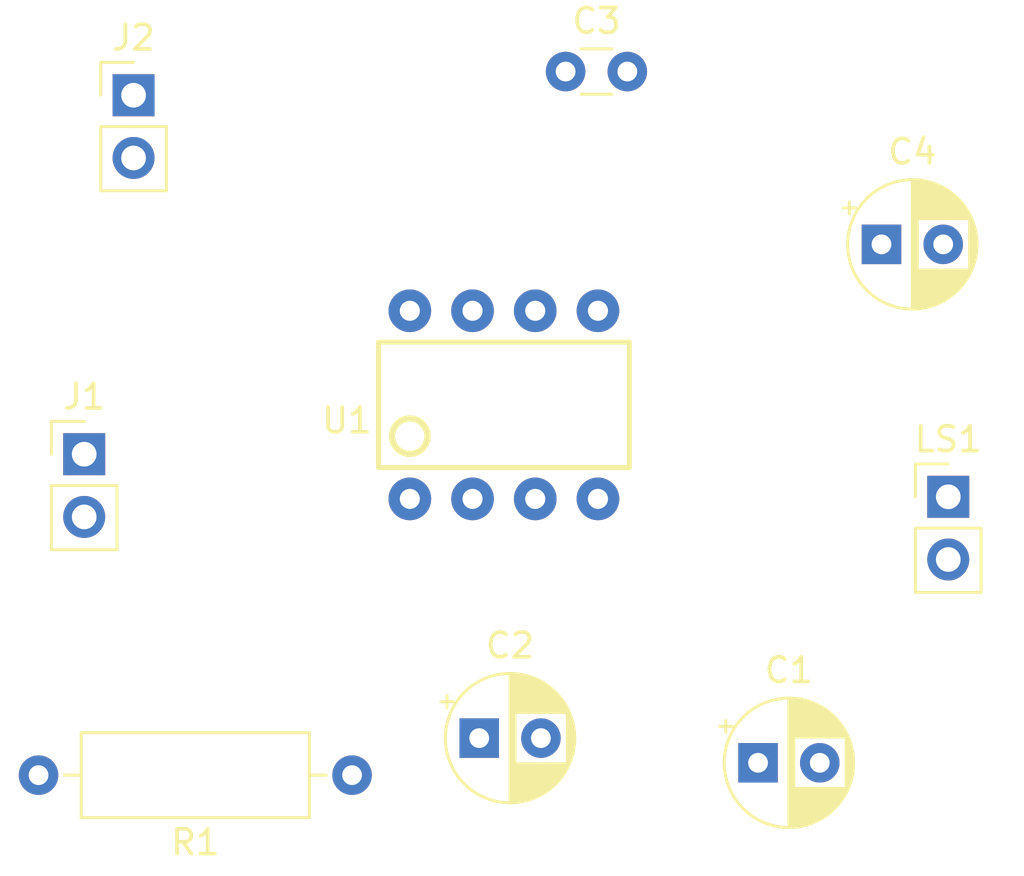
<source format=kicad_pcb>
(kicad_pcb (version 20211014) (generator pcbnew)
  (layers (0 "F.Cu" signal) (31 "B.Cu" signal) (34 "B.Paste" user) (35 "F.Paste" user) (36 "B.SilkS" user "B.Silkscreen") (37 "F.SilkS" user "F.Silkscreen") (38 "B.Mask" user) (39 "F.Mask" user) (44 "Edge.Cuts" user))
  (net 0 "")
  (net 1 "+9V")
  (net 2 "GND")
  (net 3 "Net-(C2-Pad1)")
  (net 4 "Net-(C3-Pad1)")
  (net 5 "Net-(C4-Pad2)")
  (net 6 "audio in")
  (footprint "Resistor_THT:R_Axial_DIN0309_L9.0mm_D3.2mm_P12.70mm_Horizontal" (layer "F.Cu") (at 117.35 78.5 180)
    (fp_text reference "R1" (at 6.35 -2.72) (layer "F.SilkS"))
    (fp_text value "10K")
    (fp_line (start 10.97 1.72) (end 10.97 -1.72) (layer "F.SilkS") (width 0.12))
    (fp_line (start 1.04 0) (end 1.73 0) (layer "F.SilkS") (width 0.12))
    (fp_line (start 11.66 0) (end 10.97 0) (layer "F.SilkS") (width 0.12))
    (fp_line (start 1.73 -1.72) (end 1.73 1.72) (layer "F.SilkS") (width 0.12))
    (fp_line (start 1.73 1.72) (end 10.97 1.72) (layer "F.SilkS") (width 0.12))
    (fp_line (start 10.97 -1.72) (end 1.73 -1.72) (layer "F.SilkS") (width 0.12))
    (pad "1" thru_hole circle (at 0 0 180) (size 1.6 1.6) (drill 0.8) (layers *.Cu *.Mask) (net 6 "audio in"))
    (pad "2" thru_hole oval (at 12.7 0 180) (size 1.6 1.6) (drill 0.8) (layers *.Cu *.Mask) (net 2 "GND"))
  )
  (footprint "LM386:DIP08" (layer "F.Cu") (at 123.5 63.5)
    (fp_text reference "U1" (at -6.35929 0.63592 180) (layer "F.SilkS") (effects (font (size 1.001465 1.001465))))
    (fp_text value "LM386N-1")
    (fp_line (start -5.08 -2.54) (end -5.08 1.524) (layer "F.SilkS") (width 0.2032))
    (fp_line (start -5.08 2.54) (end 5.08 2.54) (layer "F.SilkS") (width 0.2032))
    (fp_line (start -5.08 1.524) (end -5.08 1.016) (layer "F.SilkS") (width 0.2032))
    (fp_line (start -5.08 2.54) (end -5.08 1.524) (layer "F.SilkS") (width 0.2032))
    (fp_line (start 5.08 -2.54) (end 5.08 2.54) (layer "F.SilkS") (width 0.2032))
    (fp_line (start -5.08 -2.54) (end 5.08 -2.54) (layer "F.SilkS") (width 0.2032))
    (fp_circle (center -3.81 1.27) (end -3.0916 1.27) (layer "F.SilkS") (width 0.254) (fill none))
    (pad "1" thru_hole circle locked (at -3.81 3.81) (size 1.7272 1.7272) (drill 0.8128) (layers *.Cu *.Mask))
    (pad "2" thru_hole circle locked (at -1.27 3.81) (size 1.7272 1.7272) (drill 0.8128) (layers *.Cu *.Mask) (net 2 "GND"))
    (pad "3" thru_hole circle locked (at 1.27 3.81) (size 1.7272 1.7272) (drill 0.8128) (layers *.Cu *.Mask) (net 6 "audio in"))
    (pad "4" thru_hole circle locked (at 3.81 3.81) (size 1.7272 1.7272) (drill 0.8128) (layers *.Cu *.Mask) (net 2 "GND"))
    (pad "5" thru_hole circle locked (at 3.81 -3.81) (size 1.7272 1.7272) (drill 0.8128) (layers *.Cu *.Mask) (net 4 "Net-(C3-Pad1)"))
    (pad "6" thru_hole circle locked (at 1.27 -3.81) (size 1.7272 1.7272) (drill 0.8128) (layers *.Cu *.Mask) (net 1 "+9V"))
    (pad "7" thru_hole circle locked (at -1.27 -3.81) (size 1.7272 1.7272) (drill 0.8128) (layers *.Cu *.Mask) (net 3 "Net-(C2-Pad1)"))
    (pad "8" thru_hole circle locked (at -3.81 -3.81) (size 1.7272 1.7272) (drill 0.8128) (layers *.Cu *.Mask))
  )
  (footprint "Capacitor_THT:C_Disc_D3.0mm_W1.6mm_P2.50mm" (layer "F.Cu") (at 126 50)
    (fp_text reference "C3" (at 1.25 -2.05) (layer "F.SilkS"))
    (fp_text value "100nF")
    (fp_line (start 0.621 0.92) (end 1.879 0.92) (layer "F.SilkS") (width 0.12))
    (fp_line (start 0.621 -0.92) (end 1.879 -0.92) (layer "F.SilkS") (width 0.12))
    (pad "1" thru_hole circle (at 0 0) (size 1.6 1.6) (drill 0.8) (layers *.Cu *.Mask) (net 4 "Net-(C3-Pad1)"))
    (pad "2" thru_hole circle (at 2.5 0) (size 1.6 1.6) (drill 0.8) (layers *.Cu *.Mask) (net 2 "GND"))
  )
  (footprint "Capacitor_THT:CP_Radial_D5.0mm_P2.50mm" (layer "F.Cu") (at 138.794888 57)
    (fp_text reference "C4" (at 1.25 -3.75) (layer "F.SilkS"))
    (fp_text value "1000uF")
    (fp_line (start 3.771 -0.677) (end 3.771 0.677) (layer "F.SilkS") (width 0.12))
    (fp_line (start 2.691 -2.149) (end 2.691 -1.04) (layer "F.SilkS") (width 0.12))
    (fp_line (start 1.49 1.04) (end 1.49 2.569) (layer "F.SilkS") (width 0.12))
    (fp_line (start 1.29 -2.58) (end 1.29 2.58) (layer "F.SilkS") (width 0.12))
    (fp_line (start 3.251 -1.653) (end 3.251 -1.04) (layer "F.SilkS") (width 0.12))
    (fp_line (start 1.971 1.04) (end 1.971 2.48) (layer "F.SilkS") (width 0.12))
    (fp_line (start 1.57 -2.561) (end 1.57 -1.04) (layer "F.SilkS") (width 0.12))
    (fp_line (start 2.091 1.04) (end 2.091 2.442) (layer "F.SilkS") (width 0.12))
    (fp_line (start 2.771 1.04) (end 2.771 2.095) (layer "F.SilkS") (width 0.12))
    (fp_line (start 2.491 1.04) (end 2.491 2.268) (layer "F.SilkS") (width 0.12))
    (fp_line (start 2.891 1.04) (end 2.891 2.004) (layer "F.SilkS") (width 0.12))
    (fp_line (start 3.171 1.04) (end 3.171 1.743) (layer "F.SilkS") (width 0.12))
    (fp_line (start 2.731 1.04) (end 2.731 2.122) (layer "F.SilkS") (width 0.12))
    (fp_line (start 3.491 -1.319) (end 3.491 -1.04) (layer "F.SilkS") (width 0.12))
    (fp_line (start 2.691 1.04) (end 2.691 2.149) (layer "F.SilkS") (width 0.12))
    (fp_line (start 2.211 1.04) (end 2.211 2.398) (layer "F.SilkS") (width 0.12))
    (fp_line (start 1.65 1.04) (end 1.65 2.55) (layer "F.SilkS") (width 0.12))
    (fp_line (start 2.611 -2.2) (end 2.611 -1.04) (layer "F.SilkS") (width 0.12))
    (fp_line (start 2.291 -2.365) (end 2.291 -1.04) (layer "F.SilkS") (width 0.12))
    (fp_line (start 3.811 -0.518) (end 3.811 0.518) (layer "F.SilkS") (width 0.12))
    (fp_line (start 1.89 -2.501) (end 1.89 -1.04) (layer "F.SilkS") (width 0.12))
    (fp_line (start 1.73 -2.536) (end 1.73 -1.04) (layer "F.SilkS") (width 0.12))
    (fp_line (start 3.691 -0.915) (end 3.691 0.915) (layer "F.SilkS") (width 0.12))
    (fp_line (start 2.651 -2.175) (end 2.651 -1.04) (layer "F.SilkS") (width 0.12))
    (fp_line (start 2.651 1.04) (end 2.651 2.175) (layer "F.SilkS") (width 0.12))
    (fp_line (start 1.73 1.04) (end 1.73 2.536) (layer "F.SilkS") (width 0.12))
    (fp_line (start 3.331 -1.554) (end 3.331 -1.04) (layer "F.SilkS") (width 0.12))
    (fp_line (start 1.33 -2.579) (end 1.33 2.579) (layer "F.SilkS") (width 0.12))
    (fp_line (start 2.811 1.04) (end 2.811 2.065) (layer "F.SilkS") (width 0.12))
    (fp_line (start 2.531 -2.247) (end 2.531 -1.04) (layer "F.SilkS") (width 0.12))
    (fp_line (start 2.131 -2.428) (end 2.131 -1.04) (layer "F.SilkS") (width 0.12))
    (fp_line (start 2.011 -2.468) (end 2.011 -1.04) (layer "F.SilkS") (width 0.12))
    (fp_line (start 2.011 1.04) (end 2.011 2.468) (layer "F.SilkS") (width 0.12))
    (fp_line (start 1.971 -2.48) (end 1.971 -1.04) (layer "F.SilkS") (width 0.12))
    (fp_line (start 3.411 -1.443) (end 3.411 -1.04) (layer "F.SilkS") (width 0.12))
    (fp_line (start 2.251 1.04) (end 2.251 2.382) (layer "F.SilkS") (width 0.12))
    (fp_line (start 1.85 -2.511) (end 1.85 -1.04) (layer "F.SilkS") (width 0.12))
    (fp_line (start 3.291 1.04) (end 3.291 1.605) (layer "F.SilkS") (width 0.12))
    (fp_line (start 1.69 1.04) (end 1.69 2.543) (layer "F.SilkS") (width 0.12))
    (fp_line (start 2.291 1.04) (end 2.291 2.365) (layer "F.SilkS") (width 0.12))
    (fp_line (start 3.531 -1.251) (end 3.531 -1.04) (layer "F.SilkS") (width 0.12))
    (fp_line (start 2.851 -2.035) (end 2.851 -1.04) (layer "F.SilkS") (width 0.12))
    (fp_line (start 3.851 -0.284) (end 3.851 0.284) (layer "F.SilkS") (width 0.12))
    (fp_line (start 3.371 -1.5) (end 3.371 -1.04) (layer "F.SilkS") (width 0.12))
    (fp_line (start 3.291 -1.605) (end 3.291 -1.04) (layer "F.SilkS") (width 0.12))
    (fp_line (start 2.931 -1.971) (end 2.931 -1.04) (layer "F.SilkS") (width 0.12))
    (fp_line (start 1.61 1.04) (end 1.61 2.556) (layer "F.SilkS") (width 0.12))
    (fp_line (start 2.171 1.04) (end 2.171 2.414) (layer "F.SilkS") (width 0.12))
    (fp_line (start 2.771 -2.095) (end 2.771 -1.04) (layer "F.SilkS") (width 0.12))
    (fp_line (start 2.331 1.04) (end 2.331 2.348) (layer "F.SilkS") (width 0.12))
    (fp_line (start 3.051 1.04) (end 3.051 1.864) (layer "F.SilkS") (width 0.12))
    (fp_line (start 1.41 -2.576) (end 1.41 2.576) (layer "F.SilkS") (width 0.12))
    (fp_line (start 1.81 1.04) (end 1.81 2.52) (layer "F.SilkS") (width 0.12))
    (fp_line (start 2.891 -2.004) (end 2.891 -1.04) (layer "F.SilkS") (width 0.12))
    (fp_line (start 1.37 -2.578) (end 1.37 2.578) (layer "F.SilkS") (width 0.12))
    (fp_line (start 3.251 1.04) (end 3.251 1.653) (layer "F.SilkS") (width 0.12))
    (fp_line (start 2.051 -2.455) (end 2.051 -1.04) (layer "F.SilkS") (width 0.12))
    (fp_line (start 2.411 -2.31) (end 2.411 -1.04) (layer "F.SilkS") (width 0.12))
    (fp_line (start 2.371 1.04) (end 2.371 2.329) (layer "F.SilkS") (width 0.12))
    (fp_line (start 3.331 1.04) (end 3.331 1.554) (layer "F.SilkS") (width 0.12))
    (fp_line (start 1.69 -2.543) (end 1.69 -1.04) (layer "F.SilkS") (width 0.12))
    (fp_line (start 3.371 1.04) (end 3.371 1.5) (layer "F.SilkS") (width 0.12))
    (fp_line (start 3.651 -1.011) (end 3.651 1.011) (layer "F.SilkS") (width 0.12))
    (fp_line (start 1.89 1.04) (end 1.89 2.501) (layer "F.SilkS") (width 0.12))
    (fp_line (start 2.331 -2.348) (end 2.331 -1.04) (layer "F.SilkS") (width 0.12))
    (fp_line (start 2.571 -2.224) (end 2.571 -1.04) (layer "F.SilkS") (width 0.12))
    (fp_line (start 3.571 -1.178) (end 3.571 1.178) (layer "F.SilkS") (width 0.12))
    (fp_line (start 3.211 -1.699) (end 3.211 -1.04) (layer "F.SilkS") (width 0.12))
    (fp_line (start 3.451 1.04) (end 3.451 1.383) (layer "F.SilkS") (width 0.12))
    (fp_line (start 1.53 1.04) (end 1.53 2.565) (layer "F.SilkS") (width 0.12))
    (fp_line (start 2.411 1.04) (end 2.411 2.31) (layer "F.SilkS") (width 0.12))
    (fp_line (start 1.81 -2.52) (end 1.81 -1.04) (layer "F.SilkS") (width 0.12))
    (fp_line (start 3.531 1.04) (end 3.531 1.251) (layer "F.SilkS") (width 0.12))
    (fp_line (start 1.77 -2.528) (end 1.77 -1.04) (layer "F.SilkS") (width 0.12))
    (fp_line (start 2.611 1.04) (end 2.611 2.2) (layer "F.SilkS") (width 0.12))
    (fp_line (start 3.491 1.04) (end 3.491 1.319) (layer "F.SilkS") (width 0.12))
    (fp_line (start 1.65 -2.55) (end 1.65 -1.04) (layer "F.SilkS") (width 0.12))
    (fp_line (start 1.49 -2.569) (end 1.49 -1.04) (layer "F.SilkS") (width 0.12))
    (fp_line (start 1.77 1.04) (end 1.77 2.528) (layer "F.SilkS") (width 0.12))
    (fp_line (start 1.93 -2.491) (end 1.93 -1.04) (layer "F.SilkS") (width 0.12))
    (fp_line (start 3.611 -1.098) (end 3.611 1.098) (layer "F.SilkS") (width 0.12))
    (fp_line (start 2.451 1.04) (end 2.451 2.29) (layer "F.SilkS") (width 0.12))
    (fp_line (start 2.971 -1.937) (end 2.971 -1.04) (layer "F.SilkS") (width 0.12))
    (fp_line (start 1.57 1.04) (end 1.57 2.561) (layer "F.SilkS") (width 0.12))
    (fp_line (start 2.371 -2.329) (end 2.371 -1.04) (layer "F.SilkS") (width 0.12))
    (fp_line (start -1.554775 -1.475) (end -1.054775 -1.475) (layer "F.SilkS") (width 0.12))
    (fp_line (start 3.211 1.04) (end 3.211 1.699) (layer "F.SilkS") (width 0.12))
    (fp_line (start 2.171 -2.414) (end 2.171 -1.04) (layer "F.SilkS") (width 0.12))
    (fp_line (start 2.451 -2.29) (end 2.451 -1.04) (layer "F.SilkS") (width 0.12))
    (fp_line (start 2.931 1.04) (end 2.931 1.971) (layer "F.SilkS") (width 0.12))
    (fp_line (start 3.131 -1.785) (end 3.131 -1.04) (layer "F.SilkS") (width 0.12))
    (fp_line (start 3.451 -1.383) (end 3.451 -1.04) (layer "F.SilkS") (width 0.12))
    (fp_line (start 1.25 -2.58) (end 1.25 2.58) (layer "F.SilkS") (width 0.12))
    (fp_line (start 1.53 -2.565) (end 1.53 -1.04) (layer "F.SilkS") (width 0.12))
    (fp_line (start 3.011 1.04) (end 3.011 1.901) (layer "F.SilkS") (width 0.12))
    (fp_line (start 2.251 -2.382) (end 2.251 -1.04) (layer "F.SilkS") (width 0.12))
    (fp_line (start 2.091 -2.442) (end 2.091 -1.04) (layer "F.SilkS") (width 0.12))
    (fp_line (start 3.011 -1.901) (end 3.011 -1.04) (layer "F.SilkS") (width 0.12))
    (fp_line (start -1.304775 -1.725) (end -1.304775 -1.225) (layer "F.SilkS") (width 0.12))
    (fp_line (start 2.211 -2.398) (end 2.211 -1.04) (layer "F.SilkS") (width 0.12))
    (fp_line (start 3.131 1.04) (end 3.131 1.785) (layer "F.SilkS") (width 0.12))
    (fp_line (start 2.491 -2.268) (end 2.491 -1.04) (layer "F.SilkS") (width 0.12))
    (fp_line (start 1.61 -2.556) (end 1.61 -1.04) (layer "F.SilkS") (width 0.12))
    (fp_line (start 1.85 1.04) (end 1.85 2.511) (layer "F.SilkS") (width 0.12))
    (fp_line (start 3.411 1.04) (end 3.411 1.443) (layer "F.SilkS") (width 0.12))
    (fp_line (start 3.731 -0.805) (end 3.731 0.805) (layer "F.SilkS") (width 0.12))
    (fp_line (start 1.93 1.04) (end 1.93 2.491) (layer "F.SilkS") (width 0.12))
    (fp_line (start 1.45 -2.573) (end 1.45 2.573) (layer "F.SilkS") (width 0.12))
    (fp_line (start 3.051 -1.864) (end 3.051 -1.04) (layer "F.SilkS") (width 0.12))
    (fp_line (start 2.531 1.04) (end 2.531 2.247) (layer "F.SilkS") (width 0.12))
    (fp_line (start 2.851 1.04) (end 2.851 2.035) (layer "F.SilkS") (width 0.12))
    (fp_line (start 3.091 1.04) (end 3.091 1.826) (layer "F.SilkS") (width 0.12))
    (fp_line (start 3.171 -1.743) (end 3.171 -1.04) (layer "F.SilkS") (width 0.12))
    (fp_line (start 2.131 1.04) (end 2.131 2.428) (layer "F.SilkS") (width 0.12))
    (fp_line (start 2.051 1.04) (end 2.051 2.455) (layer "F.SilkS") (width 0.12))
    (fp_line (start 2.571 1.04) (end 2.571 2.224) (layer "F.SilkS") (width 0.12))
    (fp_line (start 2.811 -2.065) (end 2.811 -1.04) (layer "F.SilkS") (width 0.12))
    (fp_line (start 2.971 1.04) (end 2.971 1.937) (layer "F.SilkS") (width 0.12))
    (fp_line (start 2.731 -2.122) (end 2.731 -1.04) (layer "F.SilkS") (width 0.12))
    (fp_line (start 3.091 -1.826) (end 3.091 -1.04) (layer "F.SilkS") (width 0.12))
    (fp_circle (center 1.25 0) (end 3.87 0) (layer "F.SilkS") (width 0.12) (fill none))
    (pad "1" thru_hole rect (at 0 0) (size 1.6 1.6) (drill 0.8) (layers *.Cu *.Mask) (net 4 "Net-(C3-Pad1)"))
    (pad "2" thru_hole circle (at 2.5 0) (size 1.6 1.6) (drill 0.8) (layers *.Cu *.Mask) (net 5 "Net-(C4-Pad2)"))
  )
  (footprint "Connector_PinHeader_2.54mm:PinHeader_1x02_P2.54mm_Vertical" (layer "F.Cu") (at 141.5 67.225)
    (fp_text reference "LS1" (at 0 -2.33) (layer "F.SilkS"))
    (fp_text value "Speaker")
    (fp_line (start 1.33 1.27) (end 1.33 3.87) (layer "F.SilkS") (width 0.12))
    (fp_line (start -1.33 0) (end -1.33 -1.33) (layer "F.SilkS") (width 0.12))
    (fp_line (start -1.33 1.27) (end -1.33 3.87) (layer "F.SilkS") (width 0.12))
    (fp_line (start -1.33 3.87) (end 1.33 3.87) (layer "F.SilkS") (width 0.12))
    (fp_line (start -1.33 -1.33) (end 0 -1.33) (layer "F.SilkS") (width 0.12))
    (fp_line (start -1.33 1.27) (end 1.33 1.27) (layer "F.SilkS") (width 0.12))
    (pad "1" thru_hole rect (at 0 0) (size 1.7 1.7) (drill 1) (layers *.Cu *.Mask) (net 5 "Net-(C4-Pad2)"))
    (pad "2" thru_hole oval (at 0 2.54) (size 1.7 1.7) (drill 1) (layers *.Cu *.Mask) (net 2 "GND"))
  )
  (footprint "Capacitor_THT:CP_Radial_D5.0mm_P2.50mm" (layer "F.Cu") (at 122.5 77)
    (fp_text reference "C2" (at 1.25 -3.75) (layer "F.SilkS"))
    (fp_text value "100uF")
    (fp_line (start 2.731 1.04) (end 2.731 2.122) (layer "F.SilkS") (width 0.12))
    (fp_line (start 1.65 -2.55) (end 1.65 -1.04) (layer "F.SilkS") (width 0.12))
    (fp_line (start 3.211 1.04) (end 3.211 1.699) (layer "F.SilkS") (width 0.12))
    (fp_line (start 1.93 -2.491) (end 1.93 -1.04) (layer "F.SilkS") (width 0.12))
    (fp_line (start 3.371 -1.5) (end 3.371 -1.04) (layer "F.SilkS") (width 0.12))
    (fp_line (start 3.771 -0.677) (end 3.771 0.677) (layer "F.SilkS") (width 0.12))
    (fp_line (start 3.651 -1.011) (end 3.651 1.011) (layer "F.SilkS") (width 0.12))
    (fp_line (start 2.931 1.04) (end 2.931 1.971) (layer "F.SilkS") (width 0.12))
    (fp_line (start 1.85 1.04) (end 1.85 2.511) (layer "F.SilkS") (width 0.12))
    (fp_line (start 2.131 -2.428) (end 2.131 -1.04) (layer "F.SilkS") (width 0.12))
    (fp_line (start 3.531 -1.251) (end 3.531 -1.04) (layer "F.SilkS") (width 0.12))
    (fp_line (start 1.25 -2.58) (end 1.25 2.58) (layer "F.SilkS") (width 0.12))
    (fp_line (start 3.691 -0.915) (end 3.691 0.915) (layer "F.SilkS") (width 0.12))
    (fp_line (start 2.051 -2.455) (end 2.051 -1.04) (layer "F.SilkS") (width 0.12))
    (fp_line (start 1.49 1.04) (end 1.49 2.569) (layer "F.SilkS") (width 0.12))
    (fp_line (start 1.45 -2.573) (end 1.45 2.573) (layer "F.SilkS") (width 0.12))
    (fp_line (start 2.331 1.04) (end 2.331 2.348) (layer "F.SilkS") (width 0.12))
    (fp_line (start 3.131 1.04) (end 3.131 1.785) (layer "F.SilkS") (width 0.12))
    (fp_line (start 2.811 -2.065) (end 2.811 -1.04) (layer "F.SilkS") (width 0.12))
    (fp_line (start 3.571 -1.178) (end 3.571 1.178) (layer "F.SilkS") (width 0.12))
    (fp_line (start 3.051 -1.864) (end 3.051 -1.04) (layer "F.SilkS") (width 0.12))
    (fp_line (start 1.81 1.04) (end 1.81 2.52) (layer "F.SilkS") (width 0.12))
    (fp_line (start 1.33 -2.579) (end 1.33 2.579) (layer "F.SilkS") (width 0.12))
    (fp_line (start 2.611 1.04) (end 2.611 2.2) (layer "F.SilkS") (width 0.12))
    (fp_line (start 1.77 1.04) (end 1.77 2.528) (layer "F.SilkS") (width 0.12))
    (fp_line (start 3.051 1.04) (end 3.051 1.864) (layer "F.SilkS") (width 0.12))
    (fp_line (start 3.611 -1.098) (end 3.611 1.098) (layer "F.SilkS") (width 0.12))
    (fp_line (start 2.971 1.04) (end 2.971 1.937) (layer "F.SilkS") (width 0.12))
    (fp_line (start 2.971 -1.937) (end 2.971 -1.04) (layer "F.SilkS") (width 0.12))
    (fp_line (start 1.57 -2.561) (end 1.57 -1.04) (layer "F.SilkS") (width 0.12))
    (fp_line (start 1.69 1.04) (end 1.69 2.543) (layer "F.SilkS") (width 0.12))
    (fp_line (start 1.49 -2.569) (end 1.49 -1.04) (layer "F.SilkS") (width 0.12))
    (fp_line (start 2.291 -2.365) (end 2.291 -1.04) (layer "F.SilkS") (width 0.12))
    (fp_line (start 1.29 -2.58) (end 1.29 2.58) (layer "F.SilkS") (width 0.12))
    (fp_line (start 3.251 1.04) (end 3.251 1.653) (layer "F.SilkS") (width 0.12))
    (fp_line (start 1.971 -2.48) (end 1.971 -1.04) (layer "F.SilkS") (width 0.12))
    (fp_line (start 2.371 1.04) (end 2.371 2.329) (layer "F.SilkS") (width 0.12))
    (fp_line (start 2.251 -2.382) (end 2.251 -1.04) (layer "F.SilkS") (width 0.12))
    (fp_line (start 2.411 -2.31) (end 2.411 -1.04) (layer "F.SilkS") (width 0.12))
    (fp_line (start 3.491 -1.319) (end 3.491 -1.04) (layer "F.SilkS") (width 0.12))
    (fp_line (start 2.931 -1.971) (end 2.931 -1.04) (layer "F.SilkS") (width 0.12))
    (fp_line (start 1.65 1.04) (end 1.65 2.55) (layer "F.SilkS") (width 0.12))
    (fp_line (start 1.73 -2.536) (end 1.73 -1.04) (layer "F.SilkS") (width 0.12))
    (fp_line (start 1.41 -2.576) (end 1.41 2.576) (layer "F.SilkS") (width 0.12))
    (fp_line (start 1.77 -2.528) (end 1.77 -1.04) (layer "F.SilkS") (width 0.12))
    (fp_line (start 3.371 1.04) (end 3.371 1.5) (layer "F.SilkS") (width 0.12))
    (fp_line (start 2.571 -2.224) (end 2.571 -1.04) (layer "F.SilkS") (width 0.12))
    (fp_line (start 1.61 1.04) (end 1.61 2.556) (layer "F.SilkS") (width 0.12))
    (fp_line (start 3.411 1.04) (end 3.411 1.443) (layer "F.SilkS") (width 0.12))
    (fp_line (start 1.73 1.04) (end 1.73 2.536) (layer "F.SilkS") (width 0.12))
    (fp_line (start 2.731 -2.122) (end 2.731 -1.04) (layer "F.SilkS") (width 0.12))
    (fp_line (start 2.091 -2.442) (end 2.091 -1.04) (layer "F.SilkS") (width 0.12))
    (fp_line (start 3.531 1.04) (end 3.531 1.251) (layer "F.SilkS") (width 0.12))
    (fp_line (start 2.771 -2.095) (end 2.771 -1.04) (layer "F.SilkS") (width 0.12))
    (fp_line (start 2.771 1.04) (end 2.771 2.095) (layer "F.SilkS") (width 0.12))
    (fp_line (start 2.051 1.04) (end 2.051 2.455) (layer "F.SilkS") (width 0.12))
    (fp_line (start 1.57 1.04) (end 1.57 2.561) (layer "F.SilkS") (width 0.12))
    (fp_line (start 3.491 1.04) (end 3.491 1.319) (layer "F.SilkS") (width 0.12))
    (fp_line (start -1.554775 -1.475) (end -1.054775 -1.475) (layer "F.SilkS") (width 0.12))
    (fp_line (start 2.651 -2.175) (end 2.651 -1.04) (layer "F.SilkS") (width 0.12))
    (fp_line (start 3.851 -0.284) (end 3.851 0.284) (layer "F.SilkS") (width 0.12))
    (fp_line (start 1.61 -2.556) (end 1.61 -1.04) (layer "F.SilkS") (width 0.12))
    (fp_line (start 2.211 1.04) (end 2.211 2.398) (layer "F.SilkS") (width 0.12))
    (fp_line (start 2.171 1.04) (end 2.171 2.414) (layer "F.SilkS") (width 0.12))
    (fp_line (start 1.85 -2.511) (end 1.85 -1.04) (layer "F.SilkS") (width 0.12))
    (fp_line (start 2.891 -2.004) (end 2.891 -1.04) (layer "F.SilkS") (width 0.12))
    (fp_line (start 2.531 -2.247) (end 2.531 -1.04) (layer "F.SilkS") (width 0.12))
    (fp_line (start 3.011 -1.901) (end 3.011 -1.04) (layer "F.SilkS") (width 0.12))
    (fp_line (start 2.091 1.04) (end 2.091 2.442) (layer "F.SilkS") (width 0.12))
    (fp_line (start 2.291 1.04) (end 2.291 2.365) (layer "F.SilkS") (width 0.12))
    (fp_line (start 3.411 -1.443) (end 3.411 -1.04) (layer "F.SilkS") (width 0.12))
    (fp_line (start 1.89 1.04) (end 1.89 2.501) (layer "F.SilkS") (width 0.12))
    (fp_line (start 2.651 1.04) (end 2.651 2.175) (layer "F.SilkS") (width 0.12))
    (fp_line (start 2.851 -2.035) (end 2.851 -1.04) (layer "F.SilkS") (width 0.12))
    (fp_line (start 2.451 -2.29) (end 2.451 -1.04) (layer "F.SilkS") (width 0.12))
    (fp_line (start 3.011 1.04) (end 3.011 1.901) (layer "F.SilkS") (width 0.12))
    (fp_line (start 2.811 1.04) (end 2.811 2.065) (layer "F.SilkS") (width 0.12))
    (fp_line (start 2.331 -2.348) (end 2.331 -1.04) (layer "F.SilkS") (width 0.12))
    (fp_line (start 2.531 1.04) (end 2.531 2.247) (layer "F.SilkS") (width 0.12))
    (fp_line (start 1.53 1.04) (end 1.53 2.565) (layer "F.SilkS") (width 0.12))
    (fp_line (start 2.611 -2.2) (end 2.611 -1.04) (layer "F.SilkS") (width 0.12))
    (fp_line (start 1.93 1.04) (end 1.93 2.491) (layer "F.SilkS") (width 0.12))
    (fp_line (start 2.851 1.04) (end 2.851 2.035) (layer "F.SilkS") (width 0.12))
    (fp_line (start 2.171 -2.414) (end 2.171 -1.04) (layer "F.SilkS") (width 0.12))
    (fp_line (start 3.731 -0.805) (end 3.731 0.805) (layer "F.SilkS") (width 0.12))
    (fp_line (start 3.091 -1.826) (end 3.091 -1.04) (layer "F.SilkS") (width 0.12))
    (fp_line (start 1.53 -2.565) (end 1.53 -1.04) (layer "F.SilkS") (width 0.12))
    (fp_line (start 3.331 -1.554) (end 3.331 -1.04) (layer "F.SilkS") (width 0.12))
    (fp_line (start 2.451 1.04) (end 2.451 2.29) (layer "F.SilkS") (width 0.12))
    (fp_line (start 1.89 -2.501) (end 1.89 -1.04) (layer "F.SilkS") (width 0.12))
    (fp_line (start 2.131 1.04) (end 2.131 2.428) (layer "F.SilkS") (width 0.12))
    (fp_line (start 2.251 1.04) (end 2.251 2.382) (layer "F.SilkS") (width 0.12))
    (fp_line (start 2.891 1.04) (end 2.891 2.004) (layer "F.SilkS") (width 0.12))
    (fp_line (start 2.011 1.04) (end 2.011 2.468) (layer "F.SilkS") (width 0.12))
    (fp_line (start 2.491 1.04) (end 2.491 2.268) (layer "F.SilkS") (width 0.12))
    (fp_line (start 3.331 1.04) (end 3.331 1.554) (layer "F.SilkS") (width 0.12))
    (fp_line (start 2.691 -2.149) (end 2.691 -1.04) (layer "F.SilkS") (width 0.12))
    (fp_line (start 2.691 1.04) (end 2.691 2.149) (layer "F.SilkS") (width 0.12))
    (fp_line (start 3.451 1.04) (end 3.451 1.383) (layer "F.SilkS") (width 0.12))
    (fp_line (start 2.491 -2.268) (end 2.491 -1.04) (layer "F.SilkS") (width 0.12))
    (fp_line (start 2.011 -2.468) (end 2.011 -1.04) (layer "F.SilkS") (width 0.12))
    (fp_line (start 3.171 -1.743) (end 3.171 -1.04) (layer "F.SilkS") (width 0.12))
    (fp_line (start 3.091 1.04) (end 3.091 1.826) (layer "F.SilkS") (width 0.12))
    (fp_line (start 1.971 1.04) (end 1.971 2.48) (layer "F.SilkS") (width 0.12))
    (fp_line (start 2.571 1.04) (end 2.571 2.224) (layer "F.SilkS") (width 0.12))
    (fp_line (start 3.291 1.04) (end 3.291 1.605) (layer "F.SilkS") (width 0.12))
    (fp_line (start -1.304775 -1.725) (end -1.304775 -1.225) (layer "F.SilkS") (width 0.12))
    (fp_line (start 2.211 -2.398) (end 2.211 -1.04) (layer "F.SilkS") (width 0.12))
    (fp_line (start 2.411 1.04) (end 2.411 2.31) (layer "F.SilkS") (width 0.12))
    (fp_line (start 1.37 -2.578) (end 1.37 2.578) (layer "F.SilkS") (width 0.12))
    (fp_line (start 3.171 1.04) (end 3.171 1.743) (layer "F.SilkS") (width 0.12))
    (fp_line (start 1.81 -2.52) (end 1.81 -1.04) (layer "F.SilkS") (width 0.12))
    (fp_line (start 3.131 -1.785) (end 3.131 -1.04) (layer "F.SilkS") (width 0.12))
    (fp_line (start 3.251 -1.653) (end 3.251 -1.04) (layer "F.SilkS") (width 0.12))
    (fp_line (start 2.371 -2.329) (end 2.371 -1.04) (layer "F.SilkS") (width 0.12))
    (fp_line (start 3.811 -0.518) (end 3.811 0.518) (layer "F.SilkS") (width 0.12))
    (fp_line (start 3.211 -1.699) (end 3.211 -1.04) (layer "F.SilkS") (width 0.12))
    (fp_line (start 3.291 -1.605) (end 3.291 -1.04) (layer "F.SilkS") (width 0.12))
    (fp_line (start 1.69 -2.543) (end 1.69 -1.04) (layer "F.SilkS") (width 0.12))
    (fp_line (start 3.451 -1.383) (end 3.451 -1.04) (layer "F.SilkS") (width 0.12))
    (fp_circle (center 1.25 0) (end 3.87 0) (layer "F.SilkS") (width 0.12) (fill none))
    (pad "1" thru_hole rect (at 0 0) (size 1.6 1.6) (drill 0.8) (layers *.Cu *.Mask) (net 3 "Net-(C2-Pad1)"))
    (pad "2" thru_hole circle (at 2.5 0) (size 1.6 1.6) (drill 0.8) (layers *.Cu *.Mask) (net 2 "GND"))
  )
  (footprint "Connector_PinHeader_2.54mm:PinHeader_1x02_P2.54mm_Vertical" (layer "F.Cu") (at 106.5 65.5)
    (fp_text reference "J1" (at 0 -2.33) (layer "F.SilkS"))
    (fp_text value "Jack-DC")
    (fp_line (start -1.33 3.87) (end 1.33 3.87) (layer "F.SilkS") (width 0.12))
    (fp_line (start -1.33 1.27) (end -1.33 3.87) (layer "F.SilkS") (width 0.12))
    (fp_line (start -1.33 -1.33) (end 0 -1.33) (layer "F.SilkS") (width 0.12))
    (fp_line (start -1.33 1.27) (end 1.33 1.27) (layer "F.SilkS") (width 0.12))
    (fp_line (start -1.33 0) (end -1.33 -1.33) (layer "F.SilkS") (width 0.12))
    (fp_line (start 1.33 1.27) (end 1.33 3.87) (layer "F.SilkS") (width 0.12))
    (pad "1" thru_hole rect (at 0 0) (size 1.7 1.7) (drill 1) (layers *.Cu *.Mask) (net 1 "+9V"))
    (pad "2" thru_hole oval (at 0 2.54) (size 1.7 1.7) (drill 1) (layers *.Cu *.Mask) (net 2 "GND"))
  )
  (footprint "Capacitor_THT:CP_Radial_D5.0mm_P2.50mm" (layer "F.Cu") (at 133.794888 78)
    (fp_text reference "C1" (at 1.25 -3.75) (layer "F.SilkS"))
    (fp_text value "1uF")
    (fp_line (start 3.091 -1.826) (end 3.091 -1.04) (layer "F.SilkS") (width 0.12))
    (fp_line (start 3.371 -1.5) (end 3.371 -1.04) (layer "F.SilkS") (width 0.12))
    (fp_line (start 1.61 -2.556) (end 1.61 -1.04) (layer "F.SilkS") (width 0.12))
    (fp_line (start 1.57 1.04) (end 1.57 2.561) (layer "F.SilkS") (width 0.12))
    (fp_line (start 3.051 -1.864) (end 3.051 -1.04) (layer "F.SilkS") (width 0.12))
    (fp_line (start 2.811 -2.065) (end 2.811 -1.04) (layer "F.SilkS") (width 0.12))
    (fp_line (start 1.971 -2.48) (end 1.971 -1.04) (layer "F.SilkS") (width 0.12))
    (fp_line (start 1.61 1.04) (end 1.61 2.556) (layer "F.SilkS") (width 0.12))
    (fp_line (start 2.971 -1.937) (end 2.971 -1.04) (layer "F.SilkS") (width 0.12))
    (fp_line (start 1.73 1.04) (end 1.73 2.536) (layer "F.SilkS") (width 0.12))
    (fp_line (start 3.331 1.04) (end 3.331 1.554) (layer "F.SilkS") (width 0.12))
    (fp_line (start 2.291 1.04) (end 2.291 2.365) (layer "F.SilkS") (width 0.12))
    (fp_line (start 3.411 -1.443) (end 3.411 -1.04) (layer "F.SilkS") (width 0.12))
    (fp_line (start 2.931 -1.971) (end 2.931 -1.04) (layer "F.SilkS") (width 0.12))
    (fp_line (start 2.251 -2.382) (end 2.251 -1.04) (layer "F.SilkS") (width 0.12))
    (fp_line (start 2.851 1.04) (end 2.851 2.035) (layer "F.SilkS") (width 0.12))
    (fp_line (start 1.89 -2.501) (end 1.89 -1.04) (layer "F.SilkS") (width 0.12))
    (fp_line (start 3.131 1.04) (end 3.131 1.785) (layer "F.SilkS") (width 0.12))
    (fp_line (start 2.451 1.04) (end 2.451 2.29) (layer "F.SilkS") (width 0.12))
    (fp_line (start 3.251 1.04) (end 3.251 1.653) (layer "F.SilkS") (width 0.12))
    (fp_line (start 1.93 -2.491) (end 1.93 -1.04) (layer "F.SilkS") (width 0.12))
    (fp_line (start 3.251 -1.653) (end 3.251 -1.04) (layer "F.SilkS") (width 0.12))
    (fp_line (start 3.451 1.04) (end 3.451 1.383) (layer "F.SilkS") (width 0.12))
    (fp_line (start 1.65 1.04) (end 1.65 2.55) (layer "F.SilkS") (width 0.12))
    (fp_line (start 2.091 -2.442) (end 2.091 -1.04) (layer "F.SilkS") (width 0.12))
    (fp_line (start 2.971 1.04) (end 2.971 1.937) (layer "F.SilkS") (width 0.12))
    (fp_line (start 2.651 1.04) (end 2.651 2.175) (layer "F.SilkS") (width 0.12))
    (fp_line (start 1.85 1.04) (end 1.85 2.511) (layer "F.SilkS") (width 0.12))
    (fp_line (start 2.811 1.04) (end 2.811 2.065) (layer "F.SilkS") (width 0.12))
    (fp_line (start 1.85 -2.511) (end 1.85 -1.04) (layer "F.SilkS") (width 0.12))
    (fp_line (start 2.731 -2.122) (end 2.731 -1.04) (layer "F.SilkS") (width 0.12))
    (fp_line (start 3.011 -1.901) (end 3.011 -1.04) (layer "F.SilkS") (width 0.12))
    (fp_line (start 2.371 -2.329) (end 2.371 -1.04) (layer "F.SilkS") (width 0.12))
    (fp_line (start 2.611 1.04) (end 2.611 2.2) (layer "F.SilkS") (width 0.12))
    (fp_line (start 3.291 1.04) (end 3.291 1.605) (layer "F.SilkS") (width 0.12))
    (fp_line (start 3.531 1.04) (end 3.531 1.251) (layer "F.SilkS") (width 0.12))
    (fp_line (start 3.171 -1.743) (end 3.171 -1.04) (layer "F.SilkS") (width 0.12))
    (fp_line (start 3.851 -0.284) (end 3.851 0.284) (layer "F.SilkS") (width 0.12))
    (fp_line (start 1.49 -2.569) (end 1.49 -1.04) (layer "F.SilkS") (width 0.12))
    (fp_line (start 2.211 1.04) (end 2.211 2.398) (layer "F.SilkS") (width 0.12))
    (fp_line (start 3.611 -1.098) (end 3.611 1.098) (layer "F.SilkS") (width 0.12))
    (fp_line (start 3.811 -0.518) (end 3.811 0.518) (layer "F.SilkS") (width 0.12))
    (fp_line (start 2.611 -2.2) (end 2.611 -1.04) (layer "F.SilkS") (width 0.12))
    (fp_line (start 1.37 -2.578) (end 1.37 2.578) (layer "F.SilkS") (width 0.12))
    (fp_line (start 3.771 -0.677) (end 3.771 0.677) (layer "F.SilkS") (width 0.12))
    (fp_line (start 2.331 -2.348) (end 2.331 -1.04) (layer "F.SilkS") (width 0.12))
    (fp_line (start 2.571 1.04) (end 2.571 2.224) (layer "F.SilkS") (width 0.12))
    (fp_line (start 2.451 -2.29) (end 2.451 -1.04) (layer "F.SilkS") (width 0.12))
    (fp_line (start 1.53 -2.565) (end 1.53 -1.04) (layer "F.SilkS") (width 0.12))
    (fp_line (start 2.771 -2.095) (end 2.771 -1.04) (layer "F.SilkS") (width 0.12))
    (fp_line (start 2.131 1.04) (end 2.131 2.428) (layer "F.SilkS") (width 0.12))
    (fp_line (start 2.011 1.04) (end 2.011 2.468) (layer "F.SilkS") (width 0.12))
    (fp_line (start 3.491 1.04) (end 3.491 1.319) (layer "F.SilkS") (width 0.12))
    (fp_line (start 1.45 -2.573) (end 1.45 2.573) (layer "F.SilkS") (width 0.12))
    (fp_line (start 3.171 1.04) (end 3.171 1.743) (layer "F.SilkS") (width 0.12))
    (fp_line (start 2.211 -2.398) (end 2.211 -1.04) (layer "F.SilkS") (width 0.12))
    (fp_line (start 1.77 -2.528) (end 1.77 -1.04) (layer "F.SilkS") (width 0.12))
    (fp_line (start 1.57 -2.561) (end 1.57 -1.04) (layer "F.SilkS") (width 0.12))
    (fp_line (start 3.371 1.04) (end 3.371 1.5) (layer "F.SilkS") (width 0.12))
    (fp_line (start 2.011 -2.468) (end 2.011 -1.04) (layer "F.SilkS") (width 0.12))
    (fp_line (start 1.93 1.04) (end 1.93 2.491) (layer "F.SilkS") (width 0.12))
    (fp_line (start 2.091 1.04) (end 2.091 2.442) (layer "F.SilkS") (width 0.12))
    (fp_line (start 2.691 1.04) (end 2.691 2.149) (layer "F.SilkS") (width 0.12))
    (fp_line (start 2.491 1.04) (end 2.491 2.268) (layer "F.SilkS") (width 0.12))
    (fp_line (start 1.53 1.04) (end 1.53 2.565) (layer "F.SilkS") (width 0.12))
    (fp_line (start 2.131 -2.428) (end 2.131 -1.04) (layer "F.SilkS") (width 0.12))
    (fp_line (start 2.411 1.04) (end 2.411 2.31) (layer "F.SilkS") (width 0.12))
    (fp_line (start 2.731 1.04) (end 2.731 2.122) (layer "F.SilkS") (width 0.12))
    (fp_line (start 2.571 -2.224) (end 2.571 -1.04) (layer "F.SilkS") (width 0.12))
    (fp_line (start -1.304775 -1.725) (end -1.304775 -1.225) (layer "F.SilkS") (width 0.12))
    (fp_line (start 3.691 -0.915) (end 3.691 0.915) (layer "F.SilkS") (width 0.12))
    (fp_line (start 2.651 -2.175) (end 2.651 -1.04) (layer "F.SilkS") (width 0.12))
    (fp_line (start 2.691 -2.149) (end 2.691 -1.04) (layer "F.SilkS") (width 0.12))
    (fp_line (start 1.29 -2.58) (end 1.29 2.58) (layer "F.SilkS") (width 0.12))
    (fp_line (start 2.931 1.04) (end 2.931 1.971) (layer "F.SilkS") (width 0.12))
    (fp_line (start 1.81 -2.52) (end 1.81 -1.04) (layer "F.SilkS") (width 0.12))
    (fp_line (start 3.091 1.04) (end 3.091 1.826) (layer "F.SilkS") (width 0.12))
    (fp_line (start 2.171 1.04) (end 2.171 2.414) (layer "F.SilkS") (width 0.12))
    (fp_line (start 3.571 -1.178) (end 3.571 1.178) (layer "F.SilkS") (width 0.12))
    (fp_line (start 1.65 -2.55) (end 1.65 -1.04) (layer "F.SilkS") (width 0.12))
    (fp_line (start 1.69 -2.543) (end 1.69 -1.04) (layer "F.SilkS") (width 0.12))
    (fp_line (start 3.451 -1.383) (end 3.451 -1.04) (layer "F.SilkS") (width 0.12))
    (fp_line (start 2.491 -2.268) (end 2.491 -1.04) (layer "F.SilkS") (width 0.12))
    (fp_line (start 1.41 -2.576) (end 1.41 2.576) (layer "F.SilkS") (width 0.12))
    (fp_line (start 1.49 1.04) (end 1.49 2.569) (layer "F.SilkS") (width 0.12))
    (fp_line (start 1.69 1.04) (end 1.69 2.543) (layer "F.SilkS") (width 0.12))
    (fp_line (start 2.371 1.04) (end 2.371 2.329) (layer "F.SilkS") (width 0.12))
    (fp_line (start 3.211 1.04) (end 3.211 1.699) (layer "F.SilkS") (width 0.12))
    (fp_line (start 2.531 1.04) (end 2.531 2.247) (layer "F.SilkS") (width 0.12))
    (fp_line (start 3.531 -1.251) (end 3.531 -1.04) (layer "F.SilkS") (width 0.12))
    (fp_line (start 2.171 -2.414) (end 2.171 -1.04) (layer "F.SilkS") (width 0.12))
    (fp_line (start 1.33 -2.579) (end 1.33 2.579) (layer "F.SilkS") (width 0.12))
    (fp_line (start 3.011 1.04) (end 3.011 1.901) (layer "F.SilkS") (width 0.12))
    (fp_line (start 3.491 -1.319) (end 3.491 -1.04) (layer "F.SilkS") (width 0.12))
    (fp_line (start 1.971 1.04) (end 1.971 2.48) (layer "F.SilkS") (width 0.12))
    (fp_line (start 1.25 -2.58) (end 1.25 2.58) (layer "F.SilkS") (width 0.12))
    (fp_line (start 3.731 -0.805) (end 3.731 0.805) (layer "F.SilkS") (width 0.12))
    (fp_line (start 2.051 1.04) (end 2.051 2.455) (layer "F.SilkS") (width 0.12))
    (fp_line (start 2.891 -2.004) (end 2.891 -1.04) (layer "F.SilkS") (width 0.12))
    (fp_line (start 2.051 -2.455) (end 2.051 -1.04) (layer "F.SilkS") (width 0.12))
    (fp_line (start 2.531 -2.247) (end 2.531 -1.04) (layer "F.SilkS") (width 0.12))
    (fp_line (start 3.651 -1.011) (end 3.651 1.011) (layer "F.SilkS") (width 0.12))
    (fp_line (start 3.411 1.04) (end 3.411 1.443) (layer "F.SilkS") (width 0.12))
    (fp_line (start 2.331 1.04) (end 2.331 2.348) (layer "F.SilkS") (width 0.12))
    (fp_line (start 1.73 -2.536) (end 1.73 -1.04) (layer "F.SilkS") (width 0.12))
    (fp_line (start 2.291 -2.365) (end 2.291 -1.04) (layer "F.SilkS") (width 0.12))
    (fp_line (start 3.131 -1.785) (end 3.131 -1.04) (layer "F.SilkS") (width 0.12))
    (fp_line (start 2.411 -2.31) (end 2.411 -1.04) (layer "F.SilkS") (width 0.12))
    (fp_line (start 3.211 -1.699) (end 3.211 -1.04) (layer "F.SilkS") (width 0.12))
    (fp_line (start 2.851 -2.035) (end 2.851 -1.04) (layer "F.SilkS") (width 0.12))
    (fp_line (start 3.051 1.04) (end 3.051 1.864) (layer "F.SilkS") (width 0.12))
    (fp_line (start 1.81 1.04) (end 1.81 2.52) (layer "F.SilkS") (width 0.12))
    (fp_line (start 1.89 1.04) (end 1.89 2.501) (layer "F.SilkS") (width 0.12))
    (fp_line (start 2.771 1.04) (end 2.771 2.095) (layer "F.SilkS") (width 0.12))
    (fp_line (start 2.891 1.04) (end 2.891 2.004) (layer "F.SilkS") (width 0.12))
    (fp_line (start -1.554775 -1.475) (end -1.054775 -1.475) (layer "F.SilkS") (width 0.12))
    (fp_line (start 3.331 -1.554) (end 3.331 -1.04) (layer "F.SilkS") (width 0.12))
    (fp_line (start 3.291 -1.605) (end 3.291 -1.04) (layer "F.SilkS") (width 0.12))
    (fp_line (start 2.251 1.04) (end 2.251 2.382) (layer "F.SilkS") (width 0.12))
    (fp_line (start 1.77 1.04) (end 1.77 2.528) (layer "F.SilkS") (width 0.12))
    (fp_circle (center 1.25 0) (end 3.87 0) (layer "F.SilkS") (width 0.12) (fill none))
    (pad "1" thru_hole rect (at 0 0) (size 1.6 1.6) (drill 0.8) (layers *.Cu *.Mask) (net 1 "+9V"))
    (pad "2" thru_hole circle (at 2.5 0) (size 1.6 1.6) (drill 0.8) (layers *.Cu *.Mask) (net 2 "GND"))
  )
  (footprint "Connector_PinHeader_2.54mm:PinHeader_1x02_P2.54mm_Vertical" (layer "F.Cu") (at 108.5 50.96)
    (fp_text reference "J2" (at 0 -2.33) (layer "F.SilkS"))
    (fp_text value "AudioJack2")
    (fp_line (start -1.33 1.27) (end -1.33 3.87) (layer "F.SilkS") (width 0.12))
    (fp_line (start -1.33 3.87) (end 1.33 3.87) (layer "F.SilkS") (width 0.12))
    (fp_line (start -1.33 -1.33) (end 0 -1.33) (layer "F.SilkS") (width 0.12))
    (fp_line (start -1.33 0) (end -1.33 -1.33) (layer "F.SilkS") (width 0.12))
    (fp_line (start 1.33 1.27) (end 1.33 3.87) (layer "F.SilkS") (width 0.12))
    (fp_line (start -1.33 1.27) (end 1.33 1.27) (layer "F.SilkS") (width 0.12))
    (pad "1" thru_hole rect (at 0 0) (size 1.7 1.7) (drill 1) (layers *.Cu *.Mask))
    (pad "2" thru_hole oval (at 0 2.54) (size 1.7 1.7) (drill 1) (layers *.Cu *.Mask))
  )
)
</source>
